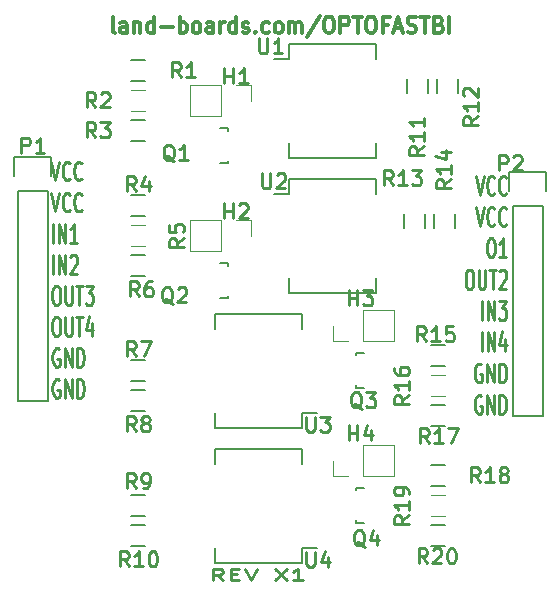
<source format=gbr>
G04 #@! TF.GenerationSoftware,KiCad,Pcbnew,(5.0.2)-1*
G04 #@! TF.CreationDate,2019-06-18T18:27:52-04:00*
G04 #@! TF.ProjectId,OptoFastBi,4f70746f-4661-4737-9442-692e6b696361,rev?*
G04 #@! TF.SameCoordinates,Original*
G04 #@! TF.FileFunction,Legend,Top*
G04 #@! TF.FilePolarity,Positive*
%FSLAX46Y46*%
G04 Gerber Fmt 4.6, Leading zero omitted, Abs format (unit mm)*
G04 Created by KiCad (PCBNEW (5.0.2)-1) date 6/18/2019 6:27:52 PM*
%MOMM*%
%LPD*%
G01*
G04 APERTURE LIST*
%ADD10C,0.250000*%
%ADD11C,0.304800*%
%ADD12C,0.150000*%
%ADD13C,0.120000*%
%ADD14C,0.254000*%
G04 APERTURE END LIST*
D10*
X41271595Y-13977650D02*
X41604928Y-15577850D01*
X41938261Y-13977650D01*
X42843023Y-15425450D02*
X42795404Y-15501650D01*
X42652547Y-15577850D01*
X42557309Y-15577850D01*
X42414452Y-15501650D01*
X42319214Y-15349250D01*
X42271595Y-15196850D01*
X42223976Y-14892050D01*
X42223976Y-14663450D01*
X42271595Y-14358650D01*
X42319214Y-14206250D01*
X42414452Y-14053850D01*
X42557309Y-13977650D01*
X42652547Y-13977650D01*
X42795404Y-14053850D01*
X42843023Y-14130050D01*
X43843023Y-15425450D02*
X43795404Y-15501650D01*
X43652547Y-15577850D01*
X43557309Y-15577850D01*
X43414452Y-15501650D01*
X43319214Y-15349250D01*
X43271595Y-15196850D01*
X43223976Y-14892050D01*
X43223976Y-14663450D01*
X43271595Y-14358650D01*
X43319214Y-14206250D01*
X43414452Y-14053850D01*
X43557309Y-13977650D01*
X43652547Y-13977650D01*
X43795404Y-14053850D01*
X43843023Y-14130050D01*
X41271595Y-16627950D02*
X41604928Y-18228150D01*
X41938261Y-16627950D01*
X42843023Y-18075750D02*
X42795404Y-18151950D01*
X42652547Y-18228150D01*
X42557309Y-18228150D01*
X42414452Y-18151950D01*
X42319214Y-17999550D01*
X42271595Y-17847150D01*
X42223976Y-17542350D01*
X42223976Y-17313750D01*
X42271595Y-17008950D01*
X42319214Y-16856550D01*
X42414452Y-16704150D01*
X42557309Y-16627950D01*
X42652547Y-16627950D01*
X42795404Y-16704150D01*
X42843023Y-16780350D01*
X43843023Y-18075750D02*
X43795404Y-18151950D01*
X43652547Y-18228150D01*
X43557309Y-18228150D01*
X43414452Y-18151950D01*
X43319214Y-17999550D01*
X43271595Y-17847150D01*
X43223976Y-17542350D01*
X43223976Y-17313750D01*
X43271595Y-17008950D01*
X43319214Y-16856550D01*
X43414452Y-16704150D01*
X43557309Y-16627950D01*
X43652547Y-16627950D01*
X43795404Y-16704150D01*
X43843023Y-16780350D01*
X42462071Y-19278250D02*
X42652547Y-19278250D01*
X42747785Y-19354450D01*
X42843023Y-19506850D01*
X42890642Y-19811650D01*
X42890642Y-20345050D01*
X42843023Y-20649850D01*
X42747785Y-20802250D01*
X42652547Y-20878450D01*
X42462071Y-20878450D01*
X42366833Y-20802250D01*
X42271595Y-20649850D01*
X42223976Y-20345050D01*
X42223976Y-19811650D01*
X42271595Y-19506850D01*
X42366833Y-19354450D01*
X42462071Y-19278250D01*
X43843023Y-20878450D02*
X43271595Y-20878450D01*
X43557309Y-20878450D02*
X43557309Y-19278250D01*
X43462071Y-19506850D01*
X43366833Y-19659250D01*
X43271595Y-19735450D01*
X40652547Y-21928550D02*
X40843023Y-21928550D01*
X40938261Y-22004750D01*
X41033500Y-22157150D01*
X41081119Y-22461950D01*
X41081119Y-22995350D01*
X41033500Y-23300150D01*
X40938261Y-23452550D01*
X40843023Y-23528750D01*
X40652547Y-23528750D01*
X40557309Y-23452550D01*
X40462071Y-23300150D01*
X40414452Y-22995350D01*
X40414452Y-22461950D01*
X40462071Y-22157150D01*
X40557309Y-22004750D01*
X40652547Y-21928550D01*
X41509690Y-21928550D02*
X41509690Y-23223950D01*
X41557309Y-23376350D01*
X41604928Y-23452550D01*
X41700166Y-23528750D01*
X41890642Y-23528750D01*
X41985880Y-23452550D01*
X42033500Y-23376350D01*
X42081119Y-23223950D01*
X42081119Y-21928550D01*
X42414452Y-21928550D02*
X42985880Y-21928550D01*
X42700166Y-23528750D02*
X42700166Y-21928550D01*
X43271595Y-22080950D02*
X43319214Y-22004750D01*
X43414452Y-21928550D01*
X43652547Y-21928550D01*
X43747785Y-22004750D01*
X43795404Y-22080950D01*
X43843023Y-22233350D01*
X43843023Y-22385750D01*
X43795404Y-22614350D01*
X43223976Y-23528750D01*
X43843023Y-23528750D01*
X41795404Y-26179050D02*
X41795404Y-24578850D01*
X42271595Y-26179050D02*
X42271595Y-24578850D01*
X42843023Y-26179050D01*
X42843023Y-24578850D01*
X43223976Y-24578850D02*
X43843023Y-24578850D01*
X43509690Y-25188450D01*
X43652547Y-25188450D01*
X43747785Y-25264650D01*
X43795404Y-25340850D01*
X43843023Y-25493250D01*
X43843023Y-25874250D01*
X43795404Y-26026650D01*
X43747785Y-26102850D01*
X43652547Y-26179050D01*
X43366833Y-26179050D01*
X43271595Y-26102850D01*
X43223976Y-26026650D01*
X41795404Y-28829350D02*
X41795404Y-27229150D01*
X42271595Y-28829350D02*
X42271595Y-27229150D01*
X42843023Y-28829350D01*
X42843023Y-27229150D01*
X43747785Y-27762550D02*
X43747785Y-28829350D01*
X43509690Y-27152950D02*
X43271595Y-28295950D01*
X43890642Y-28295950D01*
X41747785Y-29955650D02*
X41652547Y-29879450D01*
X41509690Y-29879450D01*
X41366833Y-29955650D01*
X41271595Y-30108050D01*
X41223976Y-30260450D01*
X41176357Y-30565250D01*
X41176357Y-30793850D01*
X41223976Y-31098650D01*
X41271595Y-31251050D01*
X41366833Y-31403450D01*
X41509690Y-31479650D01*
X41604928Y-31479650D01*
X41747785Y-31403450D01*
X41795404Y-31327250D01*
X41795404Y-30793850D01*
X41604928Y-30793850D01*
X42223976Y-31479650D02*
X42223976Y-29879450D01*
X42795404Y-31479650D01*
X42795404Y-29879450D01*
X43271595Y-31479650D02*
X43271595Y-29879450D01*
X43509690Y-29879450D01*
X43652547Y-29955650D01*
X43747785Y-30108050D01*
X43795404Y-30260450D01*
X43843023Y-30565250D01*
X43843023Y-30793850D01*
X43795404Y-31098650D01*
X43747785Y-31251050D01*
X43652547Y-31403450D01*
X43509690Y-31479650D01*
X43271595Y-31479650D01*
X41747785Y-32605950D02*
X41652547Y-32529750D01*
X41509690Y-32529750D01*
X41366833Y-32605950D01*
X41271595Y-32758350D01*
X41223976Y-32910750D01*
X41176357Y-33215550D01*
X41176357Y-33444150D01*
X41223976Y-33748950D01*
X41271595Y-33901350D01*
X41366833Y-34053750D01*
X41509690Y-34129950D01*
X41604928Y-34129950D01*
X41747785Y-34053750D01*
X41795404Y-33977550D01*
X41795404Y-33444150D01*
X41604928Y-33444150D01*
X42223976Y-34129950D02*
X42223976Y-32529750D01*
X42795404Y-34129950D01*
X42795404Y-32529750D01*
X43271595Y-34129950D02*
X43271595Y-32529750D01*
X43509690Y-32529750D01*
X43652547Y-32605950D01*
X43747785Y-32758350D01*
X43795404Y-32910750D01*
X43843023Y-33215550D01*
X43843023Y-33444150D01*
X43795404Y-33748950D01*
X43747785Y-33901350D01*
X43652547Y-34053750D01*
X43509690Y-34129950D01*
X43271595Y-34129950D01*
X5337738Y-12781279D02*
X5671071Y-14368779D01*
X6004404Y-12781279D01*
X6909166Y-14217589D02*
X6861547Y-14293184D01*
X6718690Y-14368779D01*
X6623452Y-14368779D01*
X6480595Y-14293184D01*
X6385357Y-14141994D01*
X6337738Y-13990803D01*
X6290119Y-13688422D01*
X6290119Y-13461636D01*
X6337738Y-13159255D01*
X6385357Y-13008065D01*
X6480595Y-12856875D01*
X6623452Y-12781279D01*
X6718690Y-12781279D01*
X6861547Y-12856875D01*
X6909166Y-12932470D01*
X7909166Y-14217589D02*
X7861547Y-14293184D01*
X7718690Y-14368779D01*
X7623452Y-14368779D01*
X7480595Y-14293184D01*
X7385357Y-14141994D01*
X7337738Y-13990803D01*
X7290119Y-13688422D01*
X7290119Y-13461636D01*
X7337738Y-13159255D01*
X7385357Y-13008065D01*
X7480595Y-12856875D01*
X7623452Y-12781279D01*
X7718690Y-12781279D01*
X7861547Y-12856875D01*
X7909166Y-12932470D01*
X5337738Y-15412529D02*
X5671071Y-17000029D01*
X6004404Y-15412529D01*
X6909166Y-16848839D02*
X6861547Y-16924434D01*
X6718690Y-17000029D01*
X6623452Y-17000029D01*
X6480595Y-16924434D01*
X6385357Y-16773244D01*
X6337738Y-16622053D01*
X6290119Y-16319672D01*
X6290119Y-16092886D01*
X6337738Y-15790505D01*
X6385357Y-15639315D01*
X6480595Y-15488125D01*
X6623452Y-15412529D01*
X6718690Y-15412529D01*
X6861547Y-15488125D01*
X6909166Y-15563720D01*
X7909166Y-16848839D02*
X7861547Y-16924434D01*
X7718690Y-17000029D01*
X7623452Y-17000029D01*
X7480595Y-16924434D01*
X7385357Y-16773244D01*
X7337738Y-16622053D01*
X7290119Y-16319672D01*
X7290119Y-16092886D01*
X7337738Y-15790505D01*
X7385357Y-15639315D01*
X7480595Y-15488125D01*
X7623452Y-15412529D01*
X7718690Y-15412529D01*
X7861547Y-15488125D01*
X7909166Y-15563720D01*
X5480595Y-19631279D02*
X5480595Y-18043779D01*
X5956785Y-19631279D02*
X5956785Y-18043779D01*
X6528214Y-19631279D01*
X6528214Y-18043779D01*
X7528214Y-19631279D02*
X6956785Y-19631279D01*
X7242500Y-19631279D02*
X7242500Y-18043779D01*
X7147261Y-18270565D01*
X7052023Y-18421755D01*
X6956785Y-18497351D01*
X5480595Y-22262529D02*
X5480595Y-20675029D01*
X5956785Y-22262529D02*
X5956785Y-20675029D01*
X6528214Y-22262529D01*
X6528214Y-20675029D01*
X6956785Y-20826220D02*
X7004404Y-20750625D01*
X7099642Y-20675029D01*
X7337738Y-20675029D01*
X7432976Y-20750625D01*
X7480595Y-20826220D01*
X7528214Y-20977410D01*
X7528214Y-21128601D01*
X7480595Y-21355386D01*
X6909166Y-22262529D01*
X7528214Y-22262529D01*
X5671071Y-23306279D02*
X5861547Y-23306279D01*
X5956785Y-23381875D01*
X6052023Y-23533065D01*
X6099642Y-23835446D01*
X6099642Y-24364613D01*
X6052023Y-24666994D01*
X5956785Y-24818184D01*
X5861547Y-24893779D01*
X5671071Y-24893779D01*
X5575833Y-24818184D01*
X5480595Y-24666994D01*
X5432976Y-24364613D01*
X5432976Y-23835446D01*
X5480595Y-23533065D01*
X5575833Y-23381875D01*
X5671071Y-23306279D01*
X6528214Y-23306279D02*
X6528214Y-24591398D01*
X6575833Y-24742589D01*
X6623452Y-24818184D01*
X6718690Y-24893779D01*
X6909166Y-24893779D01*
X7004404Y-24818184D01*
X7052023Y-24742589D01*
X7099642Y-24591398D01*
X7099642Y-23306279D01*
X7432976Y-23306279D02*
X8004404Y-23306279D01*
X7718690Y-24893779D02*
X7718690Y-23306279D01*
X8242500Y-23306279D02*
X8861547Y-23306279D01*
X8528214Y-23911041D01*
X8671071Y-23911041D01*
X8766309Y-23986636D01*
X8813928Y-24062232D01*
X8861547Y-24213422D01*
X8861547Y-24591398D01*
X8813928Y-24742589D01*
X8766309Y-24818184D01*
X8671071Y-24893779D01*
X8385357Y-24893779D01*
X8290119Y-24818184D01*
X8242500Y-24742589D01*
X5671071Y-25937529D02*
X5861547Y-25937529D01*
X5956785Y-26013125D01*
X6052023Y-26164315D01*
X6099642Y-26466696D01*
X6099642Y-26995863D01*
X6052023Y-27298244D01*
X5956785Y-27449434D01*
X5861547Y-27525029D01*
X5671071Y-27525029D01*
X5575833Y-27449434D01*
X5480595Y-27298244D01*
X5432976Y-26995863D01*
X5432976Y-26466696D01*
X5480595Y-26164315D01*
X5575833Y-26013125D01*
X5671071Y-25937529D01*
X6528214Y-25937529D02*
X6528214Y-27222648D01*
X6575833Y-27373839D01*
X6623452Y-27449434D01*
X6718690Y-27525029D01*
X6909166Y-27525029D01*
X7004404Y-27449434D01*
X7052023Y-27373839D01*
X7099642Y-27222648D01*
X7099642Y-25937529D01*
X7432976Y-25937529D02*
X8004404Y-25937529D01*
X7718690Y-27525029D02*
X7718690Y-25937529D01*
X8766309Y-26466696D02*
X8766309Y-27525029D01*
X8528214Y-25861934D02*
X8290119Y-26995863D01*
X8909166Y-26995863D01*
X6004404Y-28644375D02*
X5909166Y-28568779D01*
X5766309Y-28568779D01*
X5623452Y-28644375D01*
X5528214Y-28795565D01*
X5480595Y-28946755D01*
X5432976Y-29249136D01*
X5432976Y-29475922D01*
X5480595Y-29778303D01*
X5528214Y-29929494D01*
X5623452Y-30080684D01*
X5766309Y-30156279D01*
X5861547Y-30156279D01*
X6004404Y-30080684D01*
X6052023Y-30005089D01*
X6052023Y-29475922D01*
X5861547Y-29475922D01*
X6480595Y-30156279D02*
X6480595Y-28568779D01*
X7052023Y-30156279D01*
X7052023Y-28568779D01*
X7528214Y-30156279D02*
X7528214Y-28568779D01*
X7766309Y-28568779D01*
X7909166Y-28644375D01*
X8004404Y-28795565D01*
X8052023Y-28946755D01*
X8099642Y-29249136D01*
X8099642Y-29475922D01*
X8052023Y-29778303D01*
X8004404Y-29929494D01*
X7909166Y-30080684D01*
X7766309Y-30156279D01*
X7528214Y-30156279D01*
X6004404Y-31275625D02*
X5909166Y-31200029D01*
X5766309Y-31200029D01*
X5623452Y-31275625D01*
X5528214Y-31426815D01*
X5480595Y-31578005D01*
X5432976Y-31880386D01*
X5432976Y-32107172D01*
X5480595Y-32409553D01*
X5528214Y-32560744D01*
X5623452Y-32711934D01*
X5766309Y-32787529D01*
X5861547Y-32787529D01*
X6004404Y-32711934D01*
X6052023Y-32636339D01*
X6052023Y-32107172D01*
X5861547Y-32107172D01*
X6480595Y-32787529D02*
X6480595Y-31200029D01*
X7052023Y-32787529D01*
X7052023Y-31200029D01*
X7528214Y-32787529D02*
X7528214Y-31200029D01*
X7766309Y-31200029D01*
X7909166Y-31275625D01*
X8004404Y-31426815D01*
X8052023Y-31578005D01*
X8099642Y-31880386D01*
X8099642Y-32107172D01*
X8052023Y-32409553D01*
X8004404Y-32560744D01*
X7909166Y-32711934D01*
X7766309Y-32787529D01*
X7528214Y-32787529D01*
D11*
X10704285Y-1901976D02*
X10583333Y-1835452D01*
X10522857Y-1702404D01*
X10522857Y-504976D01*
X11732380Y-1901976D02*
X11732380Y-1170214D01*
X11671904Y-1037166D01*
X11550952Y-970642D01*
X11309047Y-970642D01*
X11188095Y-1037166D01*
X11732380Y-1835452D02*
X11611428Y-1901976D01*
X11309047Y-1901976D01*
X11188095Y-1835452D01*
X11127619Y-1702404D01*
X11127619Y-1569357D01*
X11188095Y-1436309D01*
X11309047Y-1369785D01*
X11611428Y-1369785D01*
X11732380Y-1303261D01*
X12337142Y-970642D02*
X12337142Y-1901976D01*
X12337142Y-1103690D02*
X12397619Y-1037166D01*
X12518571Y-970642D01*
X12699999Y-970642D01*
X12820952Y-1037166D01*
X12881428Y-1170214D01*
X12881428Y-1901976D01*
X14030476Y-1901976D02*
X14030476Y-504976D01*
X14030476Y-1835452D02*
X13909523Y-1901976D01*
X13667619Y-1901976D01*
X13546666Y-1835452D01*
X13486190Y-1768928D01*
X13425714Y-1635880D01*
X13425714Y-1236738D01*
X13486190Y-1103690D01*
X13546666Y-1037166D01*
X13667619Y-970642D01*
X13909523Y-970642D01*
X14030476Y-1037166D01*
X14635238Y-1369785D02*
X15602857Y-1369785D01*
X16207619Y-1901976D02*
X16207619Y-504976D01*
X16207619Y-1037166D02*
X16328571Y-970642D01*
X16570476Y-970642D01*
X16691428Y-1037166D01*
X16751904Y-1103690D01*
X16812380Y-1236738D01*
X16812380Y-1635880D01*
X16751904Y-1768928D01*
X16691428Y-1835452D01*
X16570476Y-1901976D01*
X16328571Y-1901976D01*
X16207619Y-1835452D01*
X17538095Y-1901976D02*
X17417142Y-1835452D01*
X17356666Y-1768928D01*
X17296190Y-1635880D01*
X17296190Y-1236738D01*
X17356666Y-1103690D01*
X17417142Y-1037166D01*
X17538095Y-970642D01*
X17719523Y-970642D01*
X17840476Y-1037166D01*
X17900952Y-1103690D01*
X17961428Y-1236738D01*
X17961428Y-1635880D01*
X17900952Y-1768928D01*
X17840476Y-1835452D01*
X17719523Y-1901976D01*
X17538095Y-1901976D01*
X19050000Y-1901976D02*
X19050000Y-1170214D01*
X18989523Y-1037166D01*
X18868571Y-970642D01*
X18626666Y-970642D01*
X18505714Y-1037166D01*
X19050000Y-1835452D02*
X18929047Y-1901976D01*
X18626666Y-1901976D01*
X18505714Y-1835452D01*
X18445238Y-1702404D01*
X18445238Y-1569357D01*
X18505714Y-1436309D01*
X18626666Y-1369785D01*
X18929047Y-1369785D01*
X19050000Y-1303261D01*
X19654761Y-1901976D02*
X19654761Y-970642D01*
X19654761Y-1236738D02*
X19715238Y-1103690D01*
X19775714Y-1037166D01*
X19896666Y-970642D01*
X20017619Y-970642D01*
X20985238Y-1901976D02*
X20985238Y-504976D01*
X20985238Y-1835452D02*
X20864285Y-1901976D01*
X20622380Y-1901976D01*
X20501428Y-1835452D01*
X20440952Y-1768928D01*
X20380476Y-1635880D01*
X20380476Y-1236738D01*
X20440952Y-1103690D01*
X20501428Y-1037166D01*
X20622380Y-970642D01*
X20864285Y-970642D01*
X20985238Y-1037166D01*
X21529523Y-1835452D02*
X21650476Y-1901976D01*
X21892380Y-1901976D01*
X22013333Y-1835452D01*
X22073809Y-1702404D01*
X22073809Y-1635880D01*
X22013333Y-1502833D01*
X21892380Y-1436309D01*
X21710952Y-1436309D01*
X21590000Y-1369785D01*
X21529523Y-1236738D01*
X21529523Y-1170214D01*
X21590000Y-1037166D01*
X21710952Y-970642D01*
X21892380Y-970642D01*
X22013333Y-1037166D01*
X22618095Y-1768928D02*
X22678571Y-1835452D01*
X22618095Y-1901976D01*
X22557619Y-1835452D01*
X22618095Y-1768928D01*
X22618095Y-1901976D01*
X23767142Y-1835452D02*
X23646190Y-1901976D01*
X23404285Y-1901976D01*
X23283333Y-1835452D01*
X23222857Y-1768928D01*
X23162380Y-1635880D01*
X23162380Y-1236738D01*
X23222857Y-1103690D01*
X23283333Y-1037166D01*
X23404285Y-970642D01*
X23646190Y-970642D01*
X23767142Y-1037166D01*
X24492857Y-1901976D02*
X24371904Y-1835452D01*
X24311428Y-1768928D01*
X24250952Y-1635880D01*
X24250952Y-1236738D01*
X24311428Y-1103690D01*
X24371904Y-1037166D01*
X24492857Y-970642D01*
X24674285Y-970642D01*
X24795238Y-1037166D01*
X24855714Y-1103690D01*
X24916190Y-1236738D01*
X24916190Y-1635880D01*
X24855714Y-1768928D01*
X24795238Y-1835452D01*
X24674285Y-1901976D01*
X24492857Y-1901976D01*
X25460476Y-1901976D02*
X25460476Y-970642D01*
X25460476Y-1103690D02*
X25520952Y-1037166D01*
X25641904Y-970642D01*
X25823333Y-970642D01*
X25944285Y-1037166D01*
X26004761Y-1170214D01*
X26004761Y-1901976D01*
X26004761Y-1170214D02*
X26065238Y-1037166D01*
X26186190Y-970642D01*
X26367619Y-970642D01*
X26488571Y-1037166D01*
X26549047Y-1170214D01*
X26549047Y-1901976D01*
X28060952Y-438452D02*
X26972380Y-2234595D01*
X28726190Y-504976D02*
X28968095Y-504976D01*
X29089047Y-571500D01*
X29210000Y-704547D01*
X29270476Y-970642D01*
X29270476Y-1436309D01*
X29210000Y-1702404D01*
X29089047Y-1835452D01*
X28968095Y-1901976D01*
X28726190Y-1901976D01*
X28605238Y-1835452D01*
X28484285Y-1702404D01*
X28423809Y-1436309D01*
X28423809Y-970642D01*
X28484285Y-704547D01*
X28605238Y-571500D01*
X28726190Y-504976D01*
X29814761Y-1901976D02*
X29814761Y-504976D01*
X30298571Y-504976D01*
X30419523Y-571500D01*
X30480000Y-638023D01*
X30540476Y-771071D01*
X30540476Y-970642D01*
X30480000Y-1103690D01*
X30419523Y-1170214D01*
X30298571Y-1236738D01*
X29814761Y-1236738D01*
X30903333Y-504976D02*
X31629047Y-504976D01*
X31266190Y-1901976D02*
X31266190Y-504976D01*
X32294285Y-504976D02*
X32536190Y-504976D01*
X32657142Y-571500D01*
X32778095Y-704547D01*
X32838571Y-970642D01*
X32838571Y-1436309D01*
X32778095Y-1702404D01*
X32657142Y-1835452D01*
X32536190Y-1901976D01*
X32294285Y-1901976D01*
X32173333Y-1835452D01*
X32052380Y-1702404D01*
X31991904Y-1436309D01*
X31991904Y-970642D01*
X32052380Y-704547D01*
X32173333Y-571500D01*
X32294285Y-504976D01*
X33806190Y-1170214D02*
X33382857Y-1170214D01*
X33382857Y-1901976D02*
X33382857Y-504976D01*
X33987619Y-504976D01*
X34410952Y-1502833D02*
X35015714Y-1502833D01*
X34290000Y-1901976D02*
X34713333Y-504976D01*
X35136666Y-1901976D01*
X35499523Y-1835452D02*
X35680952Y-1901976D01*
X35983333Y-1901976D01*
X36104285Y-1835452D01*
X36164761Y-1768928D01*
X36225238Y-1635880D01*
X36225238Y-1502833D01*
X36164761Y-1369785D01*
X36104285Y-1303261D01*
X35983333Y-1236738D01*
X35741428Y-1170214D01*
X35620476Y-1103690D01*
X35560000Y-1037166D01*
X35499523Y-904119D01*
X35499523Y-771071D01*
X35560000Y-638023D01*
X35620476Y-571500D01*
X35741428Y-504976D01*
X36043809Y-504976D01*
X36225238Y-571500D01*
X36588095Y-504976D02*
X37313809Y-504976D01*
X36950952Y-1901976D02*
X36950952Y-504976D01*
X38160476Y-1170214D02*
X38341904Y-1236738D01*
X38402380Y-1303261D01*
X38462857Y-1436309D01*
X38462857Y-1635880D01*
X38402380Y-1768928D01*
X38341904Y-1835452D01*
X38220952Y-1901976D01*
X37737142Y-1901976D01*
X37737142Y-504976D01*
X38160476Y-504976D01*
X38281428Y-571500D01*
X38341904Y-638023D01*
X38402380Y-771071D01*
X38402380Y-904119D01*
X38341904Y-1037166D01*
X38281428Y-1103690D01*
X38160476Y-1170214D01*
X37737142Y-1170214D01*
X39007142Y-1901976D02*
X39007142Y-504976D01*
D10*
X19893642Y-48229780D02*
X19385642Y-47753590D01*
X19022785Y-48229780D02*
X19022785Y-47229780D01*
X19603357Y-47229780D01*
X19748500Y-47277400D01*
X19821071Y-47325019D01*
X19893642Y-47420257D01*
X19893642Y-47563114D01*
X19821071Y-47658352D01*
X19748500Y-47705971D01*
X19603357Y-47753590D01*
X19022785Y-47753590D01*
X20546785Y-47705971D02*
X21054785Y-47705971D01*
X21272500Y-48229780D02*
X20546785Y-48229780D01*
X20546785Y-47229780D01*
X21272500Y-47229780D01*
X21707928Y-47229780D02*
X22215928Y-48229780D01*
X22723928Y-47229780D01*
X24247928Y-47229780D02*
X25263928Y-48229780D01*
X25263928Y-47229780D02*
X24247928Y-48229780D01*
X26642785Y-48229780D02*
X25771928Y-48229780D01*
X26207357Y-48229780D02*
X26207357Y-47229780D01*
X26062214Y-47372638D01*
X25917071Y-47467876D01*
X25771928Y-47515495D01*
D12*
G04 #@! TO.C,R1*
X13300000Y-5955000D02*
X12100000Y-5955000D01*
X12100000Y-4205000D02*
X13300000Y-4205000D01*
G04 #@! TO.C,R12*
X39737000Y-5750000D02*
X39737000Y-6950000D01*
X37987000Y-6950000D02*
X37987000Y-5750000D01*
G04 #@! TO.C,R4*
X13300000Y-17385000D02*
X12100000Y-17385000D01*
X12100000Y-15635000D02*
X13300000Y-15635000D01*
G04 #@! TO.C,R14*
X39483000Y-17180000D02*
X39483000Y-18380000D01*
X37733000Y-18380000D02*
X37733000Y-17180000D01*
G04 #@! TO.C,R17*
X37500000Y-33415000D02*
X38700000Y-33415000D01*
X38700000Y-35165000D02*
X37500000Y-35165000D01*
G04 #@! TO.C,R7*
X12100000Y-29605000D02*
X13300000Y-29605000D01*
X13300000Y-31355000D02*
X12100000Y-31355000D01*
G04 #@! TO.C,R20*
X37500000Y-43575000D02*
X38700000Y-43575000D01*
X38700000Y-45325000D02*
X37500000Y-45325000D01*
G04 #@! TO.C,R9*
X12100000Y-41035000D02*
X13300000Y-41035000D01*
X13300000Y-42785000D02*
X12100000Y-42785000D01*
G04 #@! TO.C,U1*
X25475000Y-2795000D02*
X25475000Y-4065000D01*
X32825000Y-2795000D02*
X32825000Y-4065000D01*
X32825000Y-12465000D02*
X32825000Y-11195000D01*
X25475000Y-12465000D02*
X25475000Y-11195000D01*
X25475000Y-2795000D02*
X32825000Y-2795000D01*
X25475000Y-12465000D02*
X32825000Y-12465000D01*
X25475000Y-4065000D02*
X24190000Y-4065000D01*
G04 #@! TO.C,U2*
X25475000Y-14225000D02*
X25475000Y-15495000D01*
X32825000Y-14225000D02*
X32825000Y-15495000D01*
X32825000Y-23895000D02*
X32825000Y-22625000D01*
X25475000Y-23895000D02*
X25475000Y-22625000D01*
X25475000Y-14225000D02*
X32825000Y-14225000D01*
X25475000Y-23895000D02*
X32825000Y-23895000D01*
X25475000Y-15495000D02*
X24190000Y-15495000D01*
G04 #@! TO.C,U3*
X26535000Y-35315000D02*
X26535000Y-34045000D01*
X19185000Y-35315000D02*
X19185000Y-34045000D01*
X19185000Y-25645000D02*
X19185000Y-26915000D01*
X26535000Y-25645000D02*
X26535000Y-26915000D01*
X26535000Y-35315000D02*
X19185000Y-35315000D01*
X26535000Y-25645000D02*
X19185000Y-25645000D01*
X26535000Y-34045000D02*
X27820000Y-34045000D01*
G04 #@! TO.C,U4*
X26535000Y-46745000D02*
X26535000Y-45475000D01*
X19185000Y-46745000D02*
X19185000Y-45475000D01*
X19185000Y-37075000D02*
X19185000Y-38345000D01*
X26535000Y-37075000D02*
X26535000Y-38345000D01*
X26535000Y-46745000D02*
X19185000Y-46745000D01*
X26535000Y-37075000D02*
X19185000Y-37075000D01*
X26535000Y-45475000D02*
X27820000Y-45475000D01*
G04 #@! TO.C,Q1*
X19634200Y-9930180D02*
X20335240Y-9930180D01*
X20335240Y-9930180D02*
X20335240Y-10179100D01*
X20335240Y-12729160D02*
X20335240Y-12929820D01*
X20335240Y-12929820D02*
X19634200Y-12929820D01*
G04 #@! TO.C,Q2*
X19634200Y-21360180D02*
X20335240Y-21360180D01*
X20335240Y-21360180D02*
X20335240Y-21609100D01*
X20335240Y-24159160D02*
X20335240Y-24359820D01*
X20335240Y-24359820D02*
X19634200Y-24359820D01*
G04 #@! TO.C,Q3*
X31800800Y-31979820D02*
X31099760Y-31979820D01*
X31099760Y-31979820D02*
X31099760Y-31730900D01*
X31099760Y-29180840D02*
X31099760Y-28980180D01*
X31099760Y-28980180D02*
X31800800Y-28980180D01*
G04 #@! TO.C,Q4*
X31800800Y-43409820D02*
X31099760Y-43409820D01*
X31099760Y-43409820D02*
X31099760Y-43160900D01*
X31099760Y-40610840D02*
X31099760Y-40410180D01*
X31099760Y-40410180D02*
X31800800Y-40410180D01*
G04 #@! TO.C,P1*
X5020000Y-15250000D02*
X5020000Y-33030000D01*
X5020000Y-33030000D02*
X2480000Y-33030000D01*
X2480000Y-33030000D02*
X2480000Y-15250000D01*
X5300000Y-12430000D02*
X5300000Y-13980000D01*
X5020000Y-15250000D02*
X2480000Y-15250000D01*
X2200000Y-13980000D02*
X2200000Y-12430000D01*
X2200000Y-12430000D02*
X5300000Y-12430000D01*
G04 #@! TO.C,P2*
X46930000Y-16520000D02*
X46930000Y-34300000D01*
X46930000Y-34300000D02*
X44390000Y-34300000D01*
X44390000Y-34300000D02*
X44390000Y-16520000D01*
X47210000Y-13700000D02*
X47210000Y-15250000D01*
X46930000Y-16520000D02*
X44390000Y-16520000D01*
X44110000Y-15250000D02*
X44110000Y-13700000D01*
X44110000Y-13700000D02*
X47210000Y-13700000D01*
G04 #@! TO.C,R11*
X35447000Y-6950000D02*
X35447000Y-5750000D01*
X37197000Y-5750000D02*
X37197000Y-6950000D01*
G04 #@! TO.C,R13*
X35193000Y-18380000D02*
X35193000Y-17180000D01*
X36943000Y-17180000D02*
X36943000Y-18380000D01*
G04 #@! TO.C,R8*
X12100000Y-32145000D02*
X13300000Y-32145000D01*
X13300000Y-33895000D02*
X12100000Y-33895000D01*
G04 #@! TO.C,R10*
X12100000Y-43575000D02*
X13300000Y-43575000D01*
X13300000Y-45325000D02*
X12100000Y-45325000D01*
G04 #@! TO.C,R3*
X13300000Y-11035000D02*
X12100000Y-11035000D01*
X12100000Y-9285000D02*
X13300000Y-9285000D01*
G04 #@! TO.C,R6*
X13300000Y-22465000D02*
X12100000Y-22465000D01*
X12100000Y-20715000D02*
X13300000Y-20715000D01*
G04 #@! TO.C,R15*
X37500000Y-28335000D02*
X38700000Y-28335000D01*
X38700000Y-30085000D02*
X37500000Y-30085000D01*
G04 #@! TO.C,R18*
X37500000Y-38495000D02*
X38700000Y-38495000D01*
X38700000Y-40245000D02*
X37500000Y-40245000D01*
D13*
G04 #@! TO.C,H1*
X19685000Y-6290000D02*
X17085000Y-6290000D01*
X17085000Y-6290000D02*
X17085000Y-8950000D01*
X17085000Y-8950000D02*
X19685000Y-8950000D01*
X19685000Y-8950000D02*
X19685000Y-6290000D01*
X20955000Y-6290000D02*
X22285000Y-6290000D01*
X22285000Y-6290000D02*
X22285000Y-7620000D01*
G04 #@! TO.C,H2*
X19685000Y-17720000D02*
X17085000Y-17720000D01*
X17085000Y-17720000D02*
X17085000Y-20380000D01*
X17085000Y-20380000D02*
X19685000Y-20380000D01*
X19685000Y-20380000D02*
X19685000Y-17720000D01*
X20955000Y-17720000D02*
X22285000Y-17720000D01*
X22285000Y-17720000D02*
X22285000Y-19050000D01*
G04 #@! TO.C,H3*
X31750000Y-28000000D02*
X34350000Y-28000000D01*
X34350000Y-28000000D02*
X34350000Y-25340000D01*
X34350000Y-25340000D02*
X31750000Y-25340000D01*
X31750000Y-25340000D02*
X31750000Y-28000000D01*
X30480000Y-28000000D02*
X29150000Y-28000000D01*
X29150000Y-28000000D02*
X29150000Y-26670000D01*
G04 #@! TO.C,H4*
X31750000Y-39430000D02*
X34350000Y-39430000D01*
X34350000Y-39430000D02*
X34350000Y-36770000D01*
X34350000Y-36770000D02*
X31750000Y-36770000D01*
X31750000Y-36770000D02*
X31750000Y-39430000D01*
X30480000Y-39430000D02*
X29150000Y-39430000D01*
X29150000Y-39430000D02*
X29150000Y-38100000D01*
G04 #@! TO.C,R2*
X13300000Y-8500000D02*
X12100000Y-8500000D01*
X12100000Y-6740000D02*
X13300000Y-6740000D01*
G04 #@! TO.C,R5*
X13300000Y-19930000D02*
X12100000Y-19930000D01*
X12100000Y-18170000D02*
X13300000Y-18170000D01*
G04 #@! TO.C,R16*
X37500000Y-30870000D02*
X38700000Y-30870000D01*
X38700000Y-32630000D02*
X37500000Y-32630000D01*
G04 #@! TO.C,R19*
X37500000Y-41030000D02*
X38700000Y-41030000D01*
X38700000Y-42790000D02*
X37500000Y-42790000D01*
G04 #@! TO.C,R1*
D14*
X16298333Y-5654523D02*
X15875000Y-5049761D01*
X15572619Y-5654523D02*
X15572619Y-4384523D01*
X16056428Y-4384523D01*
X16177380Y-4445000D01*
X16237857Y-4505476D01*
X16298333Y-4626428D01*
X16298333Y-4807857D01*
X16237857Y-4928809D01*
X16177380Y-4989285D01*
X16056428Y-5049761D01*
X15572619Y-5049761D01*
X17507857Y-5654523D02*
X16782142Y-5654523D01*
X17145000Y-5654523D02*
X17145000Y-4384523D01*
X17024047Y-4565952D01*
X16903095Y-4686904D01*
X16782142Y-4747380D01*
G04 #@! TO.C,R12*
X41468523Y-8944428D02*
X40863761Y-9367761D01*
X41468523Y-9670142D02*
X40198523Y-9670142D01*
X40198523Y-9186333D01*
X40259000Y-9065380D01*
X40319476Y-9004904D01*
X40440428Y-8944428D01*
X40621857Y-8944428D01*
X40742809Y-9004904D01*
X40803285Y-9065380D01*
X40863761Y-9186333D01*
X40863761Y-9670142D01*
X41468523Y-7734904D02*
X41468523Y-8460619D01*
X41468523Y-8097761D02*
X40198523Y-8097761D01*
X40379952Y-8218714D01*
X40500904Y-8339666D01*
X40561380Y-8460619D01*
X40319476Y-7251095D02*
X40259000Y-7190619D01*
X40198523Y-7069666D01*
X40198523Y-6767285D01*
X40259000Y-6646333D01*
X40319476Y-6585857D01*
X40440428Y-6525380D01*
X40561380Y-6525380D01*
X40742809Y-6585857D01*
X41468523Y-7311571D01*
X41468523Y-6525380D01*
G04 #@! TO.C,R4*
X12488333Y-15306523D02*
X12065000Y-14701761D01*
X11762619Y-15306523D02*
X11762619Y-14036523D01*
X12246428Y-14036523D01*
X12367380Y-14097000D01*
X12427857Y-14157476D01*
X12488333Y-14278428D01*
X12488333Y-14459857D01*
X12427857Y-14580809D01*
X12367380Y-14641285D01*
X12246428Y-14701761D01*
X11762619Y-14701761D01*
X13576904Y-14459857D02*
X13576904Y-15306523D01*
X13274523Y-13976047D02*
X12972142Y-14883190D01*
X13758333Y-14883190D01*
G04 #@! TO.C,R14*
X39182523Y-14278428D02*
X38577761Y-14701761D01*
X39182523Y-15004142D02*
X37912523Y-15004142D01*
X37912523Y-14520333D01*
X37973000Y-14399380D01*
X38033476Y-14338904D01*
X38154428Y-14278428D01*
X38335857Y-14278428D01*
X38456809Y-14338904D01*
X38517285Y-14399380D01*
X38577761Y-14520333D01*
X38577761Y-15004142D01*
X39182523Y-13068904D02*
X39182523Y-13794619D01*
X39182523Y-13431761D02*
X37912523Y-13431761D01*
X38093952Y-13552714D01*
X38214904Y-13673666D01*
X38275380Y-13794619D01*
X38335857Y-11980333D02*
X39182523Y-11980333D01*
X37852047Y-12282714D02*
X38759190Y-12585095D01*
X38759190Y-11798904D01*
G04 #@! TO.C,R17*
X37283571Y-36642523D02*
X36860238Y-36037761D01*
X36557857Y-36642523D02*
X36557857Y-35372523D01*
X37041666Y-35372523D01*
X37162619Y-35433000D01*
X37223095Y-35493476D01*
X37283571Y-35614428D01*
X37283571Y-35795857D01*
X37223095Y-35916809D01*
X37162619Y-35977285D01*
X37041666Y-36037761D01*
X36557857Y-36037761D01*
X38493095Y-36642523D02*
X37767380Y-36642523D01*
X38130238Y-36642523D02*
X38130238Y-35372523D01*
X38009285Y-35553952D01*
X37888333Y-35674904D01*
X37767380Y-35735380D01*
X38916428Y-35372523D02*
X39763095Y-35372523D01*
X39218809Y-36642523D01*
G04 #@! TO.C,R7*
X12488333Y-29276523D02*
X12065000Y-28671761D01*
X11762619Y-29276523D02*
X11762619Y-28006523D01*
X12246428Y-28006523D01*
X12367380Y-28067000D01*
X12427857Y-28127476D01*
X12488333Y-28248428D01*
X12488333Y-28429857D01*
X12427857Y-28550809D01*
X12367380Y-28611285D01*
X12246428Y-28671761D01*
X11762619Y-28671761D01*
X12911666Y-28006523D02*
X13758333Y-28006523D01*
X13214047Y-29276523D01*
G04 #@! TO.C,R20*
X37156571Y-46802523D02*
X36733238Y-46197761D01*
X36430857Y-46802523D02*
X36430857Y-45532523D01*
X36914666Y-45532523D01*
X37035619Y-45593000D01*
X37096095Y-45653476D01*
X37156571Y-45774428D01*
X37156571Y-45955857D01*
X37096095Y-46076809D01*
X37035619Y-46137285D01*
X36914666Y-46197761D01*
X36430857Y-46197761D01*
X37640380Y-45653476D02*
X37700857Y-45593000D01*
X37821809Y-45532523D01*
X38124190Y-45532523D01*
X38245142Y-45593000D01*
X38305619Y-45653476D01*
X38366095Y-45774428D01*
X38366095Y-45895380D01*
X38305619Y-46076809D01*
X37579904Y-46802523D01*
X38366095Y-46802523D01*
X39152285Y-45532523D02*
X39273238Y-45532523D01*
X39394190Y-45593000D01*
X39454666Y-45653476D01*
X39515142Y-45774428D01*
X39575619Y-46016333D01*
X39575619Y-46318714D01*
X39515142Y-46560619D01*
X39454666Y-46681571D01*
X39394190Y-46742047D01*
X39273238Y-46802523D01*
X39152285Y-46802523D01*
X39031333Y-46742047D01*
X38970857Y-46681571D01*
X38910380Y-46560619D01*
X38849904Y-46318714D01*
X38849904Y-46016333D01*
X38910380Y-45774428D01*
X38970857Y-45653476D01*
X39031333Y-45593000D01*
X39152285Y-45532523D01*
G04 #@! TO.C,R9*
X12488333Y-40452523D02*
X12065000Y-39847761D01*
X11762619Y-40452523D02*
X11762619Y-39182523D01*
X12246428Y-39182523D01*
X12367380Y-39243000D01*
X12427857Y-39303476D01*
X12488333Y-39424428D01*
X12488333Y-39605857D01*
X12427857Y-39726809D01*
X12367380Y-39787285D01*
X12246428Y-39847761D01*
X11762619Y-39847761D01*
X13093095Y-40452523D02*
X13335000Y-40452523D01*
X13455952Y-40392047D01*
X13516428Y-40331571D01*
X13637380Y-40150142D01*
X13697857Y-39908238D01*
X13697857Y-39424428D01*
X13637380Y-39303476D01*
X13576904Y-39243000D01*
X13455952Y-39182523D01*
X13214047Y-39182523D01*
X13093095Y-39243000D01*
X13032619Y-39303476D01*
X12972142Y-39424428D01*
X12972142Y-39726809D01*
X13032619Y-39847761D01*
X13093095Y-39908238D01*
X13214047Y-39968714D01*
X13455952Y-39968714D01*
X13576904Y-39908238D01*
X13637380Y-39847761D01*
X13697857Y-39726809D01*
G04 #@! TO.C,U1*
X22908380Y-2352523D02*
X22908380Y-3380619D01*
X22968857Y-3501571D01*
X23029333Y-3562047D01*
X23150285Y-3622523D01*
X23392190Y-3622523D01*
X23513142Y-3562047D01*
X23573619Y-3501571D01*
X23634095Y-3380619D01*
X23634095Y-2352523D01*
X24904095Y-3622523D02*
X24178380Y-3622523D01*
X24541238Y-3622523D02*
X24541238Y-2352523D01*
X24420285Y-2533952D01*
X24299333Y-2654904D01*
X24178380Y-2715380D01*
G04 #@! TO.C,U2*
X23162380Y-13782523D02*
X23162380Y-14810619D01*
X23222857Y-14931571D01*
X23283333Y-14992047D01*
X23404285Y-15052523D01*
X23646190Y-15052523D01*
X23767142Y-14992047D01*
X23827619Y-14931571D01*
X23888095Y-14810619D01*
X23888095Y-13782523D01*
X24432380Y-13903476D02*
X24492857Y-13843000D01*
X24613809Y-13782523D01*
X24916190Y-13782523D01*
X25037142Y-13843000D01*
X25097619Y-13903476D01*
X25158095Y-14024428D01*
X25158095Y-14145380D01*
X25097619Y-14326809D01*
X24371904Y-15052523D01*
X25158095Y-15052523D01*
G04 #@! TO.C,U3*
X26912380Y-34366523D02*
X26912380Y-35394619D01*
X26972857Y-35515571D01*
X27033333Y-35576047D01*
X27154285Y-35636523D01*
X27396190Y-35636523D01*
X27517142Y-35576047D01*
X27577619Y-35515571D01*
X27638095Y-35394619D01*
X27638095Y-34366523D01*
X28121904Y-34366523D02*
X28908095Y-34366523D01*
X28484761Y-34850333D01*
X28666190Y-34850333D01*
X28787142Y-34910809D01*
X28847619Y-34971285D01*
X28908095Y-35092238D01*
X28908095Y-35394619D01*
X28847619Y-35515571D01*
X28787142Y-35576047D01*
X28666190Y-35636523D01*
X28303333Y-35636523D01*
X28182380Y-35576047D01*
X28121904Y-35515571D01*
G04 #@! TO.C,U4*
X26912380Y-45796523D02*
X26912380Y-46824619D01*
X26972857Y-46945571D01*
X27033333Y-47006047D01*
X27154285Y-47066523D01*
X27396190Y-47066523D01*
X27517142Y-47006047D01*
X27577619Y-46945571D01*
X27638095Y-46824619D01*
X27638095Y-45796523D01*
X28787142Y-46219857D02*
X28787142Y-47066523D01*
X28484761Y-45736047D02*
X28182380Y-46643190D01*
X28968571Y-46643190D01*
G04 #@! TO.C,Q1*
X15754047Y-12760476D02*
X15633095Y-12700000D01*
X15512142Y-12579047D01*
X15330714Y-12397619D01*
X15209761Y-12337142D01*
X15088809Y-12337142D01*
X15149285Y-12639523D02*
X15028333Y-12579047D01*
X14907380Y-12458095D01*
X14846904Y-12216190D01*
X14846904Y-11792857D01*
X14907380Y-11550952D01*
X15028333Y-11430000D01*
X15149285Y-11369523D01*
X15391190Y-11369523D01*
X15512142Y-11430000D01*
X15633095Y-11550952D01*
X15693571Y-11792857D01*
X15693571Y-12216190D01*
X15633095Y-12458095D01*
X15512142Y-12579047D01*
X15391190Y-12639523D01*
X15149285Y-12639523D01*
X16903095Y-12639523D02*
X16177380Y-12639523D01*
X16540238Y-12639523D02*
X16540238Y-11369523D01*
X16419285Y-11550952D01*
X16298333Y-11671904D01*
X16177380Y-11732380D01*
G04 #@! TO.C,Q2*
X15627047Y-24825476D02*
X15506095Y-24765000D01*
X15385142Y-24644047D01*
X15203714Y-24462619D01*
X15082761Y-24402142D01*
X14961809Y-24402142D01*
X15022285Y-24704523D02*
X14901333Y-24644047D01*
X14780380Y-24523095D01*
X14719904Y-24281190D01*
X14719904Y-23857857D01*
X14780380Y-23615952D01*
X14901333Y-23495000D01*
X15022285Y-23434523D01*
X15264190Y-23434523D01*
X15385142Y-23495000D01*
X15506095Y-23615952D01*
X15566571Y-23857857D01*
X15566571Y-24281190D01*
X15506095Y-24523095D01*
X15385142Y-24644047D01*
X15264190Y-24704523D01*
X15022285Y-24704523D01*
X16050380Y-23555476D02*
X16110857Y-23495000D01*
X16231809Y-23434523D01*
X16534190Y-23434523D01*
X16655142Y-23495000D01*
X16715619Y-23555476D01*
X16776095Y-23676428D01*
X16776095Y-23797380D01*
X16715619Y-23978809D01*
X15989904Y-24704523D01*
X16776095Y-24704523D01*
G04 #@! TO.C,Q3*
X31629047Y-33715476D02*
X31508095Y-33655000D01*
X31387142Y-33534047D01*
X31205714Y-33352619D01*
X31084761Y-33292142D01*
X30963809Y-33292142D01*
X31024285Y-33594523D02*
X30903333Y-33534047D01*
X30782380Y-33413095D01*
X30721904Y-33171190D01*
X30721904Y-32747857D01*
X30782380Y-32505952D01*
X30903333Y-32385000D01*
X31024285Y-32324523D01*
X31266190Y-32324523D01*
X31387142Y-32385000D01*
X31508095Y-32505952D01*
X31568571Y-32747857D01*
X31568571Y-33171190D01*
X31508095Y-33413095D01*
X31387142Y-33534047D01*
X31266190Y-33594523D01*
X31024285Y-33594523D01*
X31991904Y-32324523D02*
X32778095Y-32324523D01*
X32354761Y-32808333D01*
X32536190Y-32808333D01*
X32657142Y-32868809D01*
X32717619Y-32929285D01*
X32778095Y-33050238D01*
X32778095Y-33352619D01*
X32717619Y-33473571D01*
X32657142Y-33534047D01*
X32536190Y-33594523D01*
X32173333Y-33594523D01*
X32052380Y-33534047D01*
X31991904Y-33473571D01*
G04 #@! TO.C,Q4*
X31883047Y-45399476D02*
X31762095Y-45339000D01*
X31641142Y-45218047D01*
X31459714Y-45036619D01*
X31338761Y-44976142D01*
X31217809Y-44976142D01*
X31278285Y-45278523D02*
X31157333Y-45218047D01*
X31036380Y-45097095D01*
X30975904Y-44855190D01*
X30975904Y-44431857D01*
X31036380Y-44189952D01*
X31157333Y-44069000D01*
X31278285Y-44008523D01*
X31520190Y-44008523D01*
X31641142Y-44069000D01*
X31762095Y-44189952D01*
X31822571Y-44431857D01*
X31822571Y-44855190D01*
X31762095Y-45097095D01*
X31641142Y-45218047D01*
X31520190Y-45278523D01*
X31278285Y-45278523D01*
X32911142Y-44431857D02*
X32911142Y-45278523D01*
X32608761Y-43948047D02*
X32306380Y-44855190D01*
X33092571Y-44855190D01*
G04 #@! TO.C,P1*
X2812619Y-12014523D02*
X2812619Y-10744523D01*
X3296428Y-10744523D01*
X3417380Y-10805000D01*
X3477857Y-10865476D01*
X3538333Y-10986428D01*
X3538333Y-11167857D01*
X3477857Y-11288809D01*
X3417380Y-11349285D01*
X3296428Y-11409761D01*
X2812619Y-11409761D01*
X4747857Y-12014523D02*
X4022142Y-12014523D01*
X4385000Y-12014523D02*
X4385000Y-10744523D01*
X4264047Y-10925952D01*
X4143095Y-11046904D01*
X4022142Y-11107380D01*
G04 #@! TO.C,P2*
X43258619Y-13528523D02*
X43258619Y-12258523D01*
X43742428Y-12258523D01*
X43863380Y-12319000D01*
X43923857Y-12379476D01*
X43984333Y-12500428D01*
X43984333Y-12681857D01*
X43923857Y-12802809D01*
X43863380Y-12863285D01*
X43742428Y-12923761D01*
X43258619Y-12923761D01*
X44468142Y-12379476D02*
X44528619Y-12319000D01*
X44649571Y-12258523D01*
X44951952Y-12258523D01*
X45072904Y-12319000D01*
X45133380Y-12379476D01*
X45193857Y-12500428D01*
X45193857Y-12621380D01*
X45133380Y-12802809D01*
X44407666Y-13528523D01*
X45193857Y-13528523D01*
G04 #@! TO.C,R11*
X36896523Y-11484428D02*
X36291761Y-11907761D01*
X36896523Y-12210142D02*
X35626523Y-12210142D01*
X35626523Y-11726333D01*
X35687000Y-11605380D01*
X35747476Y-11544904D01*
X35868428Y-11484428D01*
X36049857Y-11484428D01*
X36170809Y-11544904D01*
X36231285Y-11605380D01*
X36291761Y-11726333D01*
X36291761Y-12210142D01*
X36896523Y-10274904D02*
X36896523Y-11000619D01*
X36896523Y-10637761D02*
X35626523Y-10637761D01*
X35807952Y-10758714D01*
X35928904Y-10879666D01*
X35989380Y-11000619D01*
X36896523Y-9065380D02*
X36896523Y-9791095D01*
X36896523Y-9428238D02*
X35626523Y-9428238D01*
X35807952Y-9549190D01*
X35928904Y-9670142D01*
X35989380Y-9791095D01*
G04 #@! TO.C,R13*
X34235571Y-14798523D02*
X33812238Y-14193761D01*
X33509857Y-14798523D02*
X33509857Y-13528523D01*
X33993666Y-13528523D01*
X34114619Y-13589000D01*
X34175095Y-13649476D01*
X34235571Y-13770428D01*
X34235571Y-13951857D01*
X34175095Y-14072809D01*
X34114619Y-14133285D01*
X33993666Y-14193761D01*
X33509857Y-14193761D01*
X35445095Y-14798523D02*
X34719380Y-14798523D01*
X35082238Y-14798523D02*
X35082238Y-13528523D01*
X34961285Y-13709952D01*
X34840333Y-13830904D01*
X34719380Y-13891380D01*
X35868428Y-13528523D02*
X36654619Y-13528523D01*
X36231285Y-14012333D01*
X36412714Y-14012333D01*
X36533666Y-14072809D01*
X36594142Y-14133285D01*
X36654619Y-14254238D01*
X36654619Y-14556619D01*
X36594142Y-14677571D01*
X36533666Y-14738047D01*
X36412714Y-14798523D01*
X36049857Y-14798523D01*
X35928904Y-14738047D01*
X35868428Y-14677571D01*
G04 #@! TO.C,R8*
X12488333Y-35626523D02*
X12065000Y-35021761D01*
X11762619Y-35626523D02*
X11762619Y-34356523D01*
X12246428Y-34356523D01*
X12367380Y-34417000D01*
X12427857Y-34477476D01*
X12488333Y-34598428D01*
X12488333Y-34779857D01*
X12427857Y-34900809D01*
X12367380Y-34961285D01*
X12246428Y-35021761D01*
X11762619Y-35021761D01*
X13214047Y-34900809D02*
X13093095Y-34840333D01*
X13032619Y-34779857D01*
X12972142Y-34658904D01*
X12972142Y-34598428D01*
X13032619Y-34477476D01*
X13093095Y-34417000D01*
X13214047Y-34356523D01*
X13455952Y-34356523D01*
X13576904Y-34417000D01*
X13637380Y-34477476D01*
X13697857Y-34598428D01*
X13697857Y-34658904D01*
X13637380Y-34779857D01*
X13576904Y-34840333D01*
X13455952Y-34900809D01*
X13214047Y-34900809D01*
X13093095Y-34961285D01*
X13032619Y-35021761D01*
X12972142Y-35142714D01*
X12972142Y-35384619D01*
X13032619Y-35505571D01*
X13093095Y-35566047D01*
X13214047Y-35626523D01*
X13455952Y-35626523D01*
X13576904Y-35566047D01*
X13637380Y-35505571D01*
X13697857Y-35384619D01*
X13697857Y-35142714D01*
X13637380Y-35021761D01*
X13576904Y-34961285D01*
X13455952Y-34900809D01*
G04 #@! TO.C,R10*
X11883571Y-47056523D02*
X11460238Y-46451761D01*
X11157857Y-47056523D02*
X11157857Y-45786523D01*
X11641666Y-45786523D01*
X11762619Y-45847000D01*
X11823095Y-45907476D01*
X11883571Y-46028428D01*
X11883571Y-46209857D01*
X11823095Y-46330809D01*
X11762619Y-46391285D01*
X11641666Y-46451761D01*
X11157857Y-46451761D01*
X13093095Y-47056523D02*
X12367380Y-47056523D01*
X12730238Y-47056523D02*
X12730238Y-45786523D01*
X12609285Y-45967952D01*
X12488333Y-46088904D01*
X12367380Y-46149380D01*
X13879285Y-45786523D02*
X14000238Y-45786523D01*
X14121190Y-45847000D01*
X14181666Y-45907476D01*
X14242142Y-46028428D01*
X14302619Y-46270333D01*
X14302619Y-46572714D01*
X14242142Y-46814619D01*
X14181666Y-46935571D01*
X14121190Y-46996047D01*
X14000238Y-47056523D01*
X13879285Y-47056523D01*
X13758333Y-46996047D01*
X13697857Y-46935571D01*
X13637380Y-46814619D01*
X13576904Y-46572714D01*
X13576904Y-46270333D01*
X13637380Y-46028428D01*
X13697857Y-45907476D01*
X13758333Y-45847000D01*
X13879285Y-45786523D01*
G04 #@! TO.C,R3*
X9059333Y-10734523D02*
X8636000Y-10129761D01*
X8333619Y-10734523D02*
X8333619Y-9464523D01*
X8817428Y-9464523D01*
X8938380Y-9525000D01*
X8998857Y-9585476D01*
X9059333Y-9706428D01*
X9059333Y-9887857D01*
X8998857Y-10008809D01*
X8938380Y-10069285D01*
X8817428Y-10129761D01*
X8333619Y-10129761D01*
X9482666Y-9464523D02*
X10268857Y-9464523D01*
X9845523Y-9948333D01*
X10026952Y-9948333D01*
X10147904Y-10008809D01*
X10208380Y-10069285D01*
X10268857Y-10190238D01*
X10268857Y-10492619D01*
X10208380Y-10613571D01*
X10147904Y-10674047D01*
X10026952Y-10734523D01*
X9664095Y-10734523D01*
X9543142Y-10674047D01*
X9482666Y-10613571D01*
G04 #@! TO.C,R6*
X12742333Y-24196523D02*
X12319000Y-23591761D01*
X12016619Y-24196523D02*
X12016619Y-22926523D01*
X12500428Y-22926523D01*
X12621380Y-22987000D01*
X12681857Y-23047476D01*
X12742333Y-23168428D01*
X12742333Y-23349857D01*
X12681857Y-23470809D01*
X12621380Y-23531285D01*
X12500428Y-23591761D01*
X12016619Y-23591761D01*
X13830904Y-22926523D02*
X13589000Y-22926523D01*
X13468047Y-22987000D01*
X13407571Y-23047476D01*
X13286619Y-23228904D01*
X13226142Y-23470809D01*
X13226142Y-23954619D01*
X13286619Y-24075571D01*
X13347095Y-24136047D01*
X13468047Y-24196523D01*
X13709952Y-24196523D01*
X13830904Y-24136047D01*
X13891380Y-24075571D01*
X13951857Y-23954619D01*
X13951857Y-23652238D01*
X13891380Y-23531285D01*
X13830904Y-23470809D01*
X13709952Y-23410333D01*
X13468047Y-23410333D01*
X13347095Y-23470809D01*
X13286619Y-23531285D01*
X13226142Y-23652238D01*
G04 #@! TO.C,R15*
X37029571Y-28006523D02*
X36606238Y-27401761D01*
X36303857Y-28006523D02*
X36303857Y-26736523D01*
X36787666Y-26736523D01*
X36908619Y-26797000D01*
X36969095Y-26857476D01*
X37029571Y-26978428D01*
X37029571Y-27159857D01*
X36969095Y-27280809D01*
X36908619Y-27341285D01*
X36787666Y-27401761D01*
X36303857Y-27401761D01*
X38239095Y-28006523D02*
X37513380Y-28006523D01*
X37876238Y-28006523D02*
X37876238Y-26736523D01*
X37755285Y-26917952D01*
X37634333Y-27038904D01*
X37513380Y-27099380D01*
X39388142Y-26736523D02*
X38783380Y-26736523D01*
X38722904Y-27341285D01*
X38783380Y-27280809D01*
X38904333Y-27220333D01*
X39206714Y-27220333D01*
X39327666Y-27280809D01*
X39388142Y-27341285D01*
X39448619Y-27462238D01*
X39448619Y-27764619D01*
X39388142Y-27885571D01*
X39327666Y-27946047D01*
X39206714Y-28006523D01*
X38904333Y-28006523D01*
X38783380Y-27946047D01*
X38722904Y-27885571D01*
G04 #@! TO.C,R18*
X41601571Y-39944523D02*
X41178238Y-39339761D01*
X40875857Y-39944523D02*
X40875857Y-38674523D01*
X41359666Y-38674523D01*
X41480619Y-38735000D01*
X41541095Y-38795476D01*
X41601571Y-38916428D01*
X41601571Y-39097857D01*
X41541095Y-39218809D01*
X41480619Y-39279285D01*
X41359666Y-39339761D01*
X40875857Y-39339761D01*
X42811095Y-39944523D02*
X42085380Y-39944523D01*
X42448238Y-39944523D02*
X42448238Y-38674523D01*
X42327285Y-38855952D01*
X42206333Y-38976904D01*
X42085380Y-39037380D01*
X43536809Y-39218809D02*
X43415857Y-39158333D01*
X43355380Y-39097857D01*
X43294904Y-38976904D01*
X43294904Y-38916428D01*
X43355380Y-38795476D01*
X43415857Y-38735000D01*
X43536809Y-38674523D01*
X43778714Y-38674523D01*
X43899666Y-38735000D01*
X43960142Y-38795476D01*
X44020619Y-38916428D01*
X44020619Y-38976904D01*
X43960142Y-39097857D01*
X43899666Y-39158333D01*
X43778714Y-39218809D01*
X43536809Y-39218809D01*
X43415857Y-39279285D01*
X43355380Y-39339761D01*
X43294904Y-39460714D01*
X43294904Y-39702619D01*
X43355380Y-39823571D01*
X43415857Y-39884047D01*
X43536809Y-39944523D01*
X43778714Y-39944523D01*
X43899666Y-39884047D01*
X43960142Y-39823571D01*
X44020619Y-39702619D01*
X44020619Y-39460714D01*
X43960142Y-39339761D01*
X43899666Y-39279285D01*
X43778714Y-39218809D01*
G04 #@! TO.C,H1*
X19987380Y-6162523D02*
X19987380Y-4892523D01*
X19987380Y-5497285D02*
X20713095Y-5497285D01*
X20713095Y-6162523D02*
X20713095Y-4892523D01*
X21983095Y-6162523D02*
X21257380Y-6162523D01*
X21620238Y-6162523D02*
X21620238Y-4892523D01*
X21499285Y-5073952D01*
X21378333Y-5194904D01*
X21257380Y-5255380D01*
G04 #@! TO.C,H2*
X19987380Y-17592523D02*
X19987380Y-16322523D01*
X19987380Y-16927285D02*
X20713095Y-16927285D01*
X20713095Y-17592523D02*
X20713095Y-16322523D01*
X21257380Y-16443476D02*
X21317857Y-16383000D01*
X21438809Y-16322523D01*
X21741190Y-16322523D01*
X21862142Y-16383000D01*
X21922619Y-16443476D01*
X21983095Y-16564428D01*
X21983095Y-16685380D01*
X21922619Y-16866809D01*
X21196904Y-17592523D01*
X21983095Y-17592523D01*
G04 #@! TO.C,H3*
X30528380Y-24958523D02*
X30528380Y-23688523D01*
X30528380Y-24293285D02*
X31254095Y-24293285D01*
X31254095Y-24958523D02*
X31254095Y-23688523D01*
X31737904Y-23688523D02*
X32524095Y-23688523D01*
X32100761Y-24172333D01*
X32282190Y-24172333D01*
X32403142Y-24232809D01*
X32463619Y-24293285D01*
X32524095Y-24414238D01*
X32524095Y-24716619D01*
X32463619Y-24837571D01*
X32403142Y-24898047D01*
X32282190Y-24958523D01*
X31919333Y-24958523D01*
X31798380Y-24898047D01*
X31737904Y-24837571D01*
G04 #@! TO.C,H4*
X30528380Y-36388523D02*
X30528380Y-35118523D01*
X30528380Y-35723285D02*
X31254095Y-35723285D01*
X31254095Y-36388523D02*
X31254095Y-35118523D01*
X32403142Y-35541857D02*
X32403142Y-36388523D01*
X32100761Y-35058047D02*
X31798380Y-35965190D01*
X32584571Y-35965190D01*
G04 #@! TO.C,R2*
X9059333Y-8194523D02*
X8636000Y-7589761D01*
X8333619Y-8194523D02*
X8333619Y-6924523D01*
X8817428Y-6924523D01*
X8938380Y-6985000D01*
X8998857Y-7045476D01*
X9059333Y-7166428D01*
X9059333Y-7347857D01*
X8998857Y-7468809D01*
X8938380Y-7529285D01*
X8817428Y-7589761D01*
X8333619Y-7589761D01*
X9543142Y-7045476D02*
X9603619Y-6985000D01*
X9724571Y-6924523D01*
X10026952Y-6924523D01*
X10147904Y-6985000D01*
X10208380Y-7045476D01*
X10268857Y-7166428D01*
X10268857Y-7287380D01*
X10208380Y-7468809D01*
X9482666Y-8194523D01*
X10268857Y-8194523D01*
G04 #@! TO.C,R5*
X16576523Y-19261666D02*
X15971761Y-19685000D01*
X16576523Y-19987380D02*
X15306523Y-19987380D01*
X15306523Y-19503571D01*
X15367000Y-19382619D01*
X15427476Y-19322142D01*
X15548428Y-19261666D01*
X15729857Y-19261666D01*
X15850809Y-19322142D01*
X15911285Y-19382619D01*
X15971761Y-19503571D01*
X15971761Y-19987380D01*
X15306523Y-18112619D02*
X15306523Y-18717380D01*
X15911285Y-18777857D01*
X15850809Y-18717380D01*
X15790333Y-18596428D01*
X15790333Y-18294047D01*
X15850809Y-18173095D01*
X15911285Y-18112619D01*
X16032238Y-18052142D01*
X16334619Y-18052142D01*
X16455571Y-18112619D01*
X16516047Y-18173095D01*
X16576523Y-18294047D01*
X16576523Y-18596428D01*
X16516047Y-18717380D01*
X16455571Y-18777857D01*
G04 #@! TO.C,R16*
X35626523Y-32566428D02*
X35021761Y-32989761D01*
X35626523Y-33292142D02*
X34356523Y-33292142D01*
X34356523Y-32808333D01*
X34417000Y-32687380D01*
X34477476Y-32626904D01*
X34598428Y-32566428D01*
X34779857Y-32566428D01*
X34900809Y-32626904D01*
X34961285Y-32687380D01*
X35021761Y-32808333D01*
X35021761Y-33292142D01*
X35626523Y-31356904D02*
X35626523Y-32082619D01*
X35626523Y-31719761D02*
X34356523Y-31719761D01*
X34537952Y-31840714D01*
X34658904Y-31961666D01*
X34719380Y-32082619D01*
X34356523Y-30268333D02*
X34356523Y-30510238D01*
X34417000Y-30631190D01*
X34477476Y-30691666D01*
X34658904Y-30812619D01*
X34900809Y-30873095D01*
X35384619Y-30873095D01*
X35505571Y-30812619D01*
X35566047Y-30752142D01*
X35626523Y-30631190D01*
X35626523Y-30389285D01*
X35566047Y-30268333D01*
X35505571Y-30207857D01*
X35384619Y-30147380D01*
X35082238Y-30147380D01*
X34961285Y-30207857D01*
X34900809Y-30268333D01*
X34840333Y-30389285D01*
X34840333Y-30631190D01*
X34900809Y-30752142D01*
X34961285Y-30812619D01*
X35082238Y-30873095D01*
G04 #@! TO.C,R19*
X35626523Y-42726428D02*
X35021761Y-43149761D01*
X35626523Y-43452142D02*
X34356523Y-43452142D01*
X34356523Y-42968333D01*
X34417000Y-42847380D01*
X34477476Y-42786904D01*
X34598428Y-42726428D01*
X34779857Y-42726428D01*
X34900809Y-42786904D01*
X34961285Y-42847380D01*
X35021761Y-42968333D01*
X35021761Y-43452142D01*
X35626523Y-41516904D02*
X35626523Y-42242619D01*
X35626523Y-41879761D02*
X34356523Y-41879761D01*
X34537952Y-42000714D01*
X34658904Y-42121666D01*
X34719380Y-42242619D01*
X35626523Y-40912142D02*
X35626523Y-40670238D01*
X35566047Y-40549285D01*
X35505571Y-40488809D01*
X35324142Y-40367857D01*
X35082238Y-40307380D01*
X34598428Y-40307380D01*
X34477476Y-40367857D01*
X34417000Y-40428333D01*
X34356523Y-40549285D01*
X34356523Y-40791190D01*
X34417000Y-40912142D01*
X34477476Y-40972619D01*
X34598428Y-41033095D01*
X34900809Y-41033095D01*
X35021761Y-40972619D01*
X35082238Y-40912142D01*
X35142714Y-40791190D01*
X35142714Y-40549285D01*
X35082238Y-40428333D01*
X35021761Y-40367857D01*
X34900809Y-40307380D01*
G04 #@! TD*
M02*

</source>
